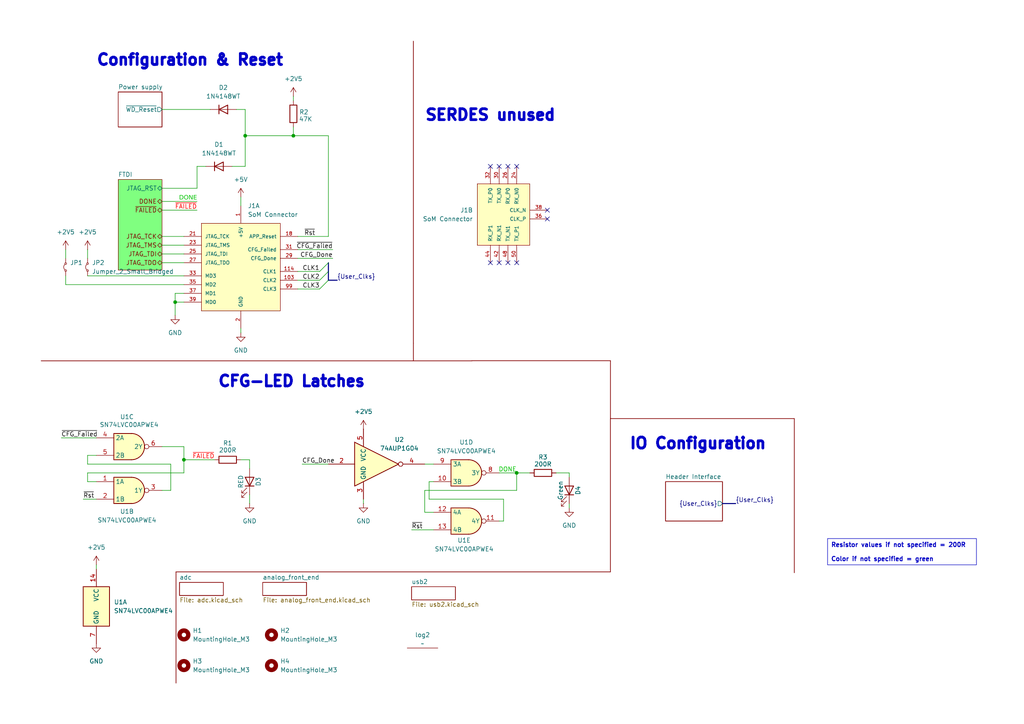
<source format=kicad_sch>
(kicad_sch (version 20250114) (generator "eeschema") (generator_version "9.0")
  (paper "A4")
  (title_block (title "SoM Programmer & Tester") (date "2024-12-20") (rev "0.1") (company "Technische Hochschule Köln") (comment 1 "Felix Sebastian Nitz"))
  (lib_symbols
    (symbol "74xGxx:74AUP1G04"
      (property "Reference" "U2" (at 5.334 7.112 0))
      (property "Value" "74AUP1G04" (at 5.334 4.572 0))
      (symbol "74AUP1G04_0_1"
        (polyline (pts (xy -7.62 6.35) (xy -7.62 -6.35) (xy 5.08 0) (xy -7.62 6.35)) (stroke (width 0.254)) (fill (type background)))
      )
      (symbol "74AUP1G04_1_1"
        (pin input line (at -15.24 0 0) (length 7.62) (name "~") (number "2"))
        (pin no_connect line (at -10.16 -3.81 0) (length 2.54) (hide yes) (name "N.A.") (number "1"))
        (pin power_in line (at -5.08 10.16 270) (length 5.08) (name "VCC") (number "5"))
        (pin power_in line (at -5.08 -10.16 90) (length 5.08) (name "GND") (number "3"))
        (pin output inverted (at 12.7 0 180) (length 7.62) (name "~") (number "4"))
      )
    )
    (symbol "Device:LED" (pin_numbers (hide yes)) (pin_names (offset 1.016) (hide yes))
      (property "Reference" "D" (at 0 2.54 0))
      (property "Value" "LED" (at 0 -2.54 0))
      (symbol "LED_0_1"
        (polyline (pts (xy -3.048 -0.762) (xy -4.572 -2.286) (xy -3.81 -2.286) (xy -4.572 -2.286) (xy -4.572 -1.524)))
        (polyline (pts (xy -1.778 -0.762) (xy -3.302 -2.286) (xy -2.54 -2.286) (xy -3.302 -2.286) (xy -3.302 -1.524)))
        (polyline (pts (xy -1.27 0) (xy 1.27 0)))
        (polyline (pts (xy -1.27 -1.27) (xy -1.27 1.27)) (stroke (width 0.254)))
        (polyline (pts (xy 1.27 -1.27) (xy 1.27 1.27) (xy -1.27 0) (xy 1.27 -1.27)) (stroke (width 0.254)))
      )
      (symbol "LED_1_1"
        (pin passive line (at -3.81 0 0) (length 2.54) (name "K") (number "1"))
        (pin passive line (at 3.81 0 180) (length 2.54) (name "A") (number "2"))
      )
    )
    (symbol "Device:R" (pin_numbers (hide yes)) (pin_names (offset 0))
      (property "Reference" "R" (at 2.032 0 90))
      (property "Value" "R" (at 0 0 90))
      (symbol "R_0_1"
        (rectangle (start -1.016 -2.54) (end 1.016 2.54) (stroke (width 0.254)))
      )
      (symbol "R_1_1"
        (pin passive line (at 0 3.81 270) (length 1.27) (name "~") (number "1"))
        (pin passive line (at 0 -3.81 90) (length 1.27) (name "~") (number "2"))
      )
    )
    (symbol "Diode:1N4148WT" (pin_numbers (hide yes)) (pin_names (hide yes))
      (property "Reference" "D" (at 0 2.54 0))
      (property "Value" "1N4148WT" (at 0 -2.54 0))
      (symbol "1N4148WT_0_1"
        (polyline (pts (xy -1.27 1.27) (xy -1.27 -1.27)) (stroke (width 0.254)))
        (polyline (pts (xy 1.27 1.27) (xy 1.27 -1.27) (xy -1.27 0) (xy 1.27 1.27)) (stroke (width 0.254)))
        (polyline (pts (xy 1.27 0) (xy -1.27 0)))
      )
      (symbol "1N4148WT_1_1"
        (pin passive line (at -3.81 0 0) (length 2.54) (name "K") (number "1"))
        (pin passive line (at 3.81 0 180) (length 2.54) (name "A") (number "2"))
      )
    )
    (symbol "Jumper:Jumper_2_Small_Bridged" (pin_numbers (hide yes)) (pin_names (offset 0) (hide yes))
      (property "Reference" "JP" (at 0 2.032 0))
      (property "Value" "Jumper_2_Small_Bridged" (at 0 -2.286 0))
      (symbol "Jumper_2_Small_Bridged_0_0"
        (circle (center -1.016 0) (radius 0.254))
        (circle (center 1.016 0) (radius 0.254))
      )
      (symbol "Jumper_2_Small_Bridged_0_1"
        (arc (start -0.762 0.254) (mid 0 0.5696) (end 0.762 0.254))
      )
      (symbol "Jumper_2_Small_Bridged_1_1"
        (pin passive line (at -2.54 0 0) (length 1.27) (name "A") (number "1"))
        (pin passive line (at 2.54 0 180) (length 1.27) (name "B") (number "2"))
      )
    )
    (symbol "Mechanical:MountingHole" (pin_names (offset 1.016)) (in_bom no)
      (property "Reference" "H" (at 0 5.08 0))
      (property "Value" "MountingHole" (at 0 3.175 0))
      (symbol "MountingHole_0_1"
        (circle (center 0 0) (radius 1.27) (stroke (width 1.27)))
      )
    )
    (symbol "ccsom_lib:Logo"
      (property "Reference" "log" (at 0 2.032 0))
      (symbol "Logo_0_1"
        (polyline (pts (xy -3.81 1.27) (xy 5.08 1.27)))
      )
    )
    (symbol "ccsom_lib:SN74LVC00APWE4"
      (property "Reference" "U" (at 6.096 7.874 0))
      (property "Value" "SN74LVC00APWE4" (at 6.096 5.334 0))
      (symbol "SN74LVC00APWE4_1_1"
        (rectangle (start -3.81 5.08) (end 3.81 -6.35) (stroke (width 0.254)) (fill (type background)))
        (pin power_in line (at 0 10.16 270) (length 5.08) (name "VCC") (number "14"))
        (pin power_in line (at 0 -11.43 90) (length 5.08) (name "GND") (number "7"))
      )
      (symbol "SN74LVC00APWE4_2_1"
        (arc (start 1.27 3.81) (mid 5.08 0) (end 1.27 -3.81) (stroke (width 0.254)) (fill (type background)))
        (polyline (pts (xy 1.27 -3.81) (xy -3.81 -3.81) (xy -3.81 3.81) (xy 1.27 3.81)) (stroke (width 0.254)) (fill (type background)))
        (pin passive line (at -8.89 2.54 0) (length 5.08) (name "1A") (number "1"))
        (pin passive line (at -8.89 -2.54 0) (length 5.08) (name "1B") (number "2"))
        (pin passive inverted (at 10.16 0 180) (length 5.08) (name "1Y") (number "3"))
      )
      (symbol "SN74LVC00APWE4_3_1"
        (arc (start 1.27 3.81) (mid 5.08 0) (end 1.27 -3.81) (stroke (width 0.254)) (fill (type background)))
        (polyline (pts (xy 1.27 -3.81) (xy -3.81 -3.81) (xy -3.81 3.81) (xy 1.27 3.81)) (stroke (width 0.254)) (fill (type background)))
        (pin passive line (at -8.89 2.54 0) (length 5.08) (name "2A") (number "4"))
        (pin passive line (at -8.89 -2.54 0) (length 5.08) (name "2B") (number "5"))
        (pin passive inverted (at 10.16 0 180) (length 5.08) (name "2Y") (number "6"))
      )
      (symbol "SN74LVC00APWE4_4_1"
        (arc (start 1.27 3.81) (mid 5.08 0) (end 1.27 -3.81) (stroke (width 0.254)) (fill (type background)))
        (polyline (pts (xy 1.27 -3.81) (xy -3.81 -3.81) (xy -3.81 3.81) (xy 1.27 3.81)) (stroke (width 0.254)) (fill (type background)))
        (pin passive line (at -8.89 2.54 0) (length 5.08) (name "3A") (number "9"))
        (pin passive line (at -8.89 -2.54 0) (length 5.08) (name "3B") (number "10"))
        (pin passive inverted (at 10.16 0 180) (length 5.08) (name "3Y") (number "8"))
      )
      (symbol "SN74LVC00APWE4_5_1"
        (arc (start 1.27 3.81) (mid 5.08 0) (end 1.27 -3.81) (stroke (width 0.254)) (fill (type background)))
        (polyline (pts (xy 1.27 -3.81) (xy -3.81 -3.81) (xy -3.81 3.81) (xy 1.27 3.81)) (stroke (width 0.254)) (fill (type background)))
        (pin passive line (at -8.89 2.54 0) (length 5.08) (name "4A") (number "12"))
        (pin passive line (at -8.89 -2.54 0) (length 5.08) (name "4B") (number "13"))
        (pin passive inverted (at 10.16 0 180) (length 5.08) (name "4Y") (number "11"))
      )
    )
    (symbol "ccsom_lib:SoM connector" (pin_names (offset 1.016))
      (property "Reference" "J" (at 11.176 23.368 0))
      (property "Value" "SoM Connector" (at 11.176 21.336 0))
      (symbol "SoM connector_1_0"
        (rectangle (start -11.43 17.78) (end 11.43 -7.62) (stroke (width 0.1524)) (fill (type background)))
        (pin passive line (at -16.51 13.97 0) (length 5.08) (name "JTAG_TCK") (number "21"))
        (pin passive line (at -16.51 11.43 0) (length 5.08) (name "JTAG_TMS") (number "23"))
        (pin passive line (at -16.51 8.89 0) (length 5.08) (name "JTAG_TDI") (number "25"))
        (pin passive line (at -16.51 6.35 0) (length 5.08) (name "JTAG_TDO") (number "27"))
        (pin passive line (at -16.51 2.54 0) (length 5.08) (name "MD3") (number "33"))
        (pin passive line (at -16.51 0 0) (length 5.08) (name "MD2") (number "35"))
        (pin passive line (at -16.51 -2.54 0) (length 5.08) (name "MD1") (number "37"))
        (pin passive line (at -16.51 -5.08 0) (length 5.08) (name "MD0") (number "39"))
        (pin power_in line (at 0 22.86 270) (length 5.08) (name "+5V") (number "1"))
        (pin power_in line (at 0 22.86 270) (length 5.08) (hide yes) (name "+5V") (number "4"))
        (pin passive line (at 0 -12.7 90) (length 5.08) (hide yes) (name "GND") (number "10"))
        (pin passive line (at 0 -12.7 90) (length 5.08) (hide yes) (name "GND") (number "101"))
        (pin passive line (at 0 -12.7 90) (length 5.08) (hide yes) (name "GND") (number "105"))
        (pin passive line (at 0 -12.7 90) (length 5.08) (hide yes) (name "GND") (number "11"))
        (pin passive line (at 0 -12.7 90) (length 5.08) (hide yes) (name "GND") (number "112"))
        (pin passive line (at 0 -12.7 90) (length 5.08) (hide yes) (name "GND") (number "116"))
        (pin passive line (at 0 -12.7 90) (length 5.08) (hide yes) (name "GND") (number "122"))
        (pin passive line (at 0 -12.7 90) (length 5.08) (hide yes) (name "GND") (number "14"))
        (pin passive line (at 0 -12.7 90) (length 5.08) (hide yes) (name "GND") (number "144"))
        (pin passive line (at 0 -12.7 90) (length 5.08) (hide yes) (name "GND") (number "15"))
        (pin passive line (at 0 -12.7 90) (length 5.08) (hide yes) (name "GND") (number "159"))
        (pin passive line (at 0 -12.7 90) (length 5.08) (hide yes) (name "GND") (number "162"))
        (pin passive line (at 0 -12.7 90) (length 5.08) (hide yes) (name "GND") (number "180"))
        (pin passive line (at 0 -12.7 90) (length 5.08) (hide yes) (name "GND") (number "181"))
        (pin passive line (at 0 -12.7 90) (length 5.08) (hide yes) (name "GND") (number "19"))
        (pin passive line (at 0 -12.7 90) (length 5.08) (hide yes) (name "GND") (number "199"))
        (pin passive line (at 0 -12.7 90) (length 5.08) (name "GND") (number "2"))
        (pin passive line (at 0 -12.7 90) (length 5.08) (hide yes) (name "GND") (number "20"))
        (pin passive line (at 0 -12.7 90) (length 5.08) (hide yes) (name "GND") (number "22"))
        (pin passive line (at 0 -12.7 90) (length 5.08) (hide yes) (name "GND") (number "28"))
        (pin passive line (at 0 -12.7 90) (length 5.08) (hide yes) (name "GND") (number "3"))
        (pin passive line (at 0 -12.7 90) (length 5.08) (hide yes) (name "GND") (number "34"))
        (pin passive line (at 0 -12.7 90) (length 5.08) (hide yes) (name "GND") (number "40"))
        (pin passive line (at 0 -12.7 90) (length 5.08) (hide yes) (name "GND") (number "46"))
        (pin passive line (at 0 -12.7 90) (length 5.08) (hide yes) (name "GND") (number "52"))
        (pin passive line (at 0 -12.7 90) (length 5.08) (hide yes) (name "GND") (number "54"))
        (pin passive line (at 0 -12.7 90) (length 5.08) (hide yes) (name "GND") (number "6"))
        (pin passive line (at 0 -12.7 90) (length 5.08) (hide yes) (name "GND") (number "7"))
        (pin passive line (at 0 -12.7 90) (length 5.08) (hide yes) (name "GND") (number "97"))
        (pin passive line (at 0 -12.7 90) (length 5.08) (hide yes) (name "SHIELD") (number "S1"))
        (pin passive line (at 0 -12.7 90) (length 5.08) (hide yes) (name "SHIELD__1") (number "S2"))
        (pin passive line (at 16.51 13.97 180) (length 5.08) (name "APP_Reset") (number "18"))
        (pin passive line (at 16.51 10.16 180) (length 5.08) (name "CFG_Failed") (number "31"))
        (pin passive line (at 16.51 7.62 180) (length 5.08) (name "CFG_Done") (number "29"))
        (pin passive line (at 16.51 3.81 180) (length 5.08) (name "CLK1") (number "114"))
        (pin passive line (at 16.51 1.27 180) (length 5.08) (name "CLK2") (number "103"))
        (pin passive line (at 16.51 -1.27 180) (length 5.08) (name "CLK3") (number "99"))
      )
      (symbol "SoM connector_2_0"
        (rectangle (start -8.89 19.05) (end 8.89 3.81) (stroke (width 0.1524)) (fill (type background)))
        (pin passive line (at -13.97 15.24 0) (length 5.08) (name "TX_P0") (number "32"))
        (pin passive line (at -13.97 12.7 0) (length 5.08) (name "TX_N0") (number "30"))
        (pin passive line (at -13.97 10.16 0) (length 5.08) (name "RX_P0") (number "26"))
        (pin passive line (at -13.97 7.62 0) (length 5.08) (name "RX_N0") (number "24"))
        (pin passive line (at -1.27 -1.27 90) (length 5.08) (name "CLK_N") (number "38"))
        (pin passive line (at 1.27 -1.27 90) (length 5.08) (name "CLK_P") (number "36"))
        (pin passive line (at 13.97 15.24 180) (length 5.08) (name "RX_P1") (number "44"))
        (pin passive line (at 13.97 12.7 180) (length 5.08) (name "RX_N1") (number "42"))
        (pin passive line (at 13.97 10.16 180) (length 5.08) (name "TX_N1") (number "48"))
        (pin passive line (at 13.97 7.62 180) (length 5.08) (name "TX_P1") (number "50"))
      )
      (symbol "SoM connector_3_0"
        (rectangle (start -11.43 17.78) (end 11.43 -36.83) (stroke (width 0.1524)) (fill (type background)))
        (pin passive line (at -16.51 12.7 0) (length 5.08) (name "NA1_P") (number "195"))
        (pin passive line (at -16.51 10.16 0) (length 5.08) (name "NA1_N") (number "197"))
        (pin passive line (at -16.51 7.62 0) (length 5.08) (name "NA3_P") (number "191"))
        (pin passive line (at -16.51 5.08 0) (length 5.08) (name "NA3_N") (number "193"))
        (pin passive line (at -16.51 2.54 0) (length 5.08) (name "NA5_P") (number "187"))
        (pin passive line (at -16.51 0 0) (length 5.08) (name "NA5_N") (number "189"))
        (pin passive line (at -16.51 -2.54 0) (length 5.08) (name "NA7_P") (number "183"))
        (pin passive line (at -16.51 -5.08 0) (length 5.08) (name "NA7_N") (number "185"))
        (pin passive line (at -16.51 -13.97 0) (length 5.08) (name "NB1_P") (number "178"))
        (pin passive line (at -16.51 -16.51 0) (length 5.08) (name "NB1_N") (number "176"))
        (pin passive line (at -16.51 -19.05 0) (length 5.08) (name "NB3_P") (number "174"))
        (pin passive line (at -16.51 -21.59 0) (length 5.08) (name "NB3_N") (number "172"))
        (pin passive line (at -16.51 -24.13 0) (length 5.08) (name "NB5_P") (number "168"))
        (pin passive line (at -16.51 -26.67 0) (length 5.08) (name "NB5_N") (number "170"))
        (pin passive line (at -16.51 -29.21 0) (length 5.08) (name "NB7_P") (number "163"))
        (pin passive line (at -16.51 -31.75 0) (length 5.08) (name "NB7_N") (number "161"))
        (pin power_in line (at -2.54 22.86 270) (length 5.08) (name "VDD_NA") (number "9"))
        (pin power_in line (at 2.54 22.86 270) (length 5.08) (name "VDD_NB") (number "5"))
        (pin passive line (at 16.51 15.24 180) (length 5.08) (name "NA0_P") (number "198"))
        (pin passive line (at 16.51 12.7 180) (length 5.08) (name "NA0_N") (number "200"))
        (pin passive line (at 16.51 10.16 180) (length 5.08) (name "NA2_P") (number "194"))
        (pin passive line (at 16.51 7.62 180) (length 5.08) (name "NA2_N") (number "196"))
        (pin passive line (at 16.51 5.08 180) (length 5.08) (name "NA4_P") (number "192"))
        (pin passive line (at 16.51 2.54 180) (length 5.08) (name "NA4_N") (number "190"))
        (pin passive line (at 16.51 0 180) (length 5.08) (name "NA6_P") (number "186"))
        (pin passive line (at 16.51 -2.54 180) (length 5.08) (name "NA6_N") (number "188"))
        (pin passive line (at 16.51 -5.08 180) (length 5.08) (name "NA8_P") (number "182"))
        (pin passive line (at 16.51 -7.62 180) (length 5.08) (name "NA8_N") (number "184"))
        (pin passive line (at 16.51 -11.43 180) (length 5.08) (name "NB0_P") (number "179"))
        (pin passive line (at 16.51 -13.97 180) (length 5.08) (name "NB0_N") (number "177"))
        (pin passive line (at 16.51 -16.51 180) (length 5.08) (name "NB2_P") (number "175"))
        (pin passive line (at 16.51 -19.05 180) (length 5.08) (name "NB2_N") (number "173"))
        (pin passive line (at 16.51 -21.59 180) (length 5.08) (name "NB4_P") (number "171"))
        (pin passive line (at 16.51 -24.13 180) (length 5.08) (name "NB4_N") (number "169"))
        (pin passive line (at 16.51 -26.67 180) (length 5.08) (name "NB6_P") (number "167"))
        (pin passive line (at 16.51 -29.21 180) (length 5.08) (name "NB6_N") (number "165"))
        (pin passive line (at 16.51 -31.75 180) (length 5.08) (name "NB8_P") (number "166"))
        (pin passive line (at 16.51 -34.29 180) (length 5.08) (name "NB8_N") (number "164"))
      )
      (symbol "SoM connector_4_0"
        (rectangle (start -11.43 17.78) (end 11.43 -36.83) (stroke (width 0.1524)) (fill (type background)))
        (pin passive line (at -16.51 12.7 0) (length 5.08) (name "EA1_P") (number "124"))
        (pin passive line (at -16.51 10.16 0) (length 5.08) (name "EA1_N") (number "126"))
        (pin passive line (at -16.51 7.62 0) (length 5.08) (name "EA3_P") (number "128"))
        (pin passive line (at -16.51 5.08 0) (length 5.08) (name "EA3_N") (number "130"))
        (pin passive line (at -16.51 2.54 0) (length 5.08) (name "EA5_P") (number "132"))
        (pin passive line (at -16.51 0 0) (length 5.08) (name "EA5_N") (number "134"))
        (pin passive line (at -16.51 -2.54 0) (length 5.08) (name "EA7_P") (number "135"))
        (pin passive line (at -16.51 -5.08 0) (length 5.08) (name "EA7_N") (number "137"))
        (pin passive line (at -16.51 -13.97 0) (length 5.08) (name "EB1_P") (number "146"))
        (pin passive line (at -16.51 -16.51 0) (length 5.08) (name "EB1_N") (number "148"))
        (pin passive line (at -16.51 -19.05 0) (length 5.08) (name "EB3_P") (number "150"))
        (pin passive line (at -16.51 -21.59 0) (length 5.08) (name "EB3_N") (number "152"))
        (pin passive line (at -16.51 -24.13 0) (length 5.08) (name "EB5_P") (number "151"))
        (pin passive line (at -16.51 -26.67 0) (length 5.08) (name "EB5_N") (number "153"))
        (pin passive line (at -16.51 -29.21 0) (length 5.08) (name "EB7_P") (number "160"))
        (pin passive line (at -16.51 -31.75 0) (length 5.08) (name "EB7_N") (number "158"))
        (pin power_in line (at -2.54 22.86 270) (length 5.08) (name "VDD_EA") (number "13"))
        (pin power_in line (at 2.54 22.86 270) (length 5.08) (name "VDD_EB") (number "17"))
        (pin passive line (at 16.51 15.24 180) (length 5.08) (name "EA0_P") (number "125"))
        (pin passive line (at 16.51 12.7 180) (length 5.08) (name "EA0_N") (number "123"))
        (pin passive line (at 16.51 10.16 180) (length 5.08) (name "EA2_P") (number "127"))
        (pin passive line (at 16.51 7.62 180) (length 5.08) (name "EA2_N") (number "129"))
        (pin passive line (at 16.51 5.08 180) (length 5.08) (name "EA4_P") (number "131"))
        (pin passive line (at 16.51 2.54 180) (length 5.08) (name "EA4_N") (number "133"))
        (pin passive line (at 16.51 0 180) (length 5.08) (name "EA6_P") (number "136"))
        (pin passive line (at 16.51 -2.54 180) (length 5.08) (name "EA6_N") (number "138"))
        (pin passive line (at 16.51 -5.08 180) (length 5.08) (name "EA8_P") (number "140"))
        (pin passive line (at 16.51 -7.62 180) (length 5.08) (name "EA8_N") (number "142"))
        (pin passive line (at 16.51 -11.43 180) (length 5.08) (name "EB0_P") (number "139"))
        (pin passive line (at 16.51 -13.97 180) (length 5.08) (name "EB0_N") (number "141"))
        (pin passive line (at 16.51 -16.51 180) (length 5.08) (name "EB2_P") (number "143"))
        (pin passive line (at 16.51 -19.05 180) (length 5.08) (name "EB2_N") (number "145"))
        (pin passive line (at 16.51 -21.59 180) (length 5.08) (name "EB4_P") (number "147"))
        (pin passive line (at 16.51 -24.13 180) (length 5.08) (name "EB4_N") (number "149"))
        (pin passive line (at 16.51 -26.67 180) (length 5.08) (name "EB6_P") (number "154"))
        (pin passive line (at 16.51 -29.21 180) (length 5.08) (name "EB6_N") (number "156"))
        (pin passive line (at 16.51 -31.75 180) (length 5.08) (name "EB8_P") (number "157"))
        (pin passive line (at 16.51 -34.29 180) (length 5.08) (name "EB8_N") (number "155"))
      )
      (symbol "SoM connector_5_0"
        (rectangle (start -11.43 17.78) (end 11.43 -26.67) (stroke (width 0.1524)) (fill (type background)))
        (pin passive line (at -16.51 12.7 0) (length 5.08) (name "SA1_P") (number "90"))
        (pin passive line (at -16.51 10.16 0) (length 5.08) (name "SA1_N") (number "88"))
        (pin passive line (at -16.51 7.62 0) (length 5.08) (name "SA3_P") (number "87"))
        (pin passive line (at -16.51 5.08 0) (length 5.08) (name "SA3_N") (number "85"))
        (pin passive line (at -16.51 2.54 0) (length 5.08) (name "SA5_P") (number "91"))
        (pin passive line (at -16.51 0 0) (length 5.08) (name "SA5_N") (number "89"))
        (pin passive line (at -16.51 -2.54 0) (length 5.08) (name "SA7_P") (number "102"))
        (pin passive line (at -16.51 -5.08 0) (length 5.08) (name "SA7_N") (number "100"))
        (pin passive line (at -16.51 -11.43 0) (length 5.08) (name "SB1_P") (number "113"))
        (pin passive line (at -16.51 -13.97 0) (length 5.08) (name "SB1_N") (number "111"))
        (pin passive line (at -16.51 -16.51 0) (length 5.08) (name "SB3_P") (number "121"))
        (pin passive line (at -16.51 -19.05 0) (length 5.08) (name "SB3_N") (number "119"))
        (pin passive line (at -16.51 -21.59 0) (length 5.08) (name "SB7") (number "118"))
        (pin passive line (at -16.51 -24.13 0) (length 5.08) (name "SB8") (number "120"))
        (pin power_in line (at 0 22.86 270) (length 5.08) (name "VDD_SA") (number "16"))
        (pin passive line (at 16.51 15.24 180) (length 5.08) (name "SA0_P") (number "83"))
        (pin passive line (at 16.51 12.7 180) (length 5.08) (name "SA0_N") (number "81"))
        (pin passive line (at 16.51 10.16 180) (length 5.08) (name "SA2_P") (number "94"))
        (pin passive line (at 16.51 7.62 180) (length 5.08) (name "SA2_N") (number "92"))
        (pin passive line (at 16.51 5.08 180) (length 5.08) (name "SA4_P") (number "98"))
        (pin passive line (at 16.51 2.54 180) (length 5.08) (name "SA4_N") (number "96"))
        (pin passive line (at 16.51 0 180) (length 5.08) (name "SA6_P") (number "95"))
        (pin passive line (at 16.51 -2.54 180) (length 5.08) (name "SA6_N") (number "93"))
        (pin passive line (at 16.51 -5.08 180) (length 5.08) (name "SA8_P") (number "106"))
        (pin passive line (at 16.51 -7.62 180) (length 5.08) (name "SA8_N") (number "104"))
        (pin passive line (at 16.51 -11.43 180) (length 5.08) (name "SB0_P") (number "109"))
        (pin passive line (at 16.51 -13.97 180) (length 5.08) (name "SB0_N") (number "107"))
        (pin passive line (at 16.51 -16.51 180) (length 5.08) (name "SB2_P") (number "117"))
        (pin passive line (at 16.51 -19.05 180) (length 5.08) (name "SB2_N") (number "115"))
        (pin passive line (at 16.51 -21.59 180) (length 5.08) (name "SB4_P") (number "110"))
        (pin passive line (at 16.51 -24.13 180) (length 5.08) (name "SB4_N") (number "108"))
      )
      (symbol "SoM connector_6_0"
        (rectangle (start -11.43 17.78) (end 11.43 -36.83) (stroke (width 0.1524)) (fill (type background)))
        (pin passive line (at -16.51 12.7 0) (length 5.08) (name "WC1_P") (number "63"))
        (pin passive line (at -16.51 10.16 0) (length 5.08) (name "WC1_N") (number "61"))
        (pin passive line (at -16.51 7.62 0) (length 5.08) (name "WC3_P") (number "59"))
        (pin passive line (at -16.51 5.08 0) (length 5.08) (name "WC3_N") (number "57"))
        (pin passive line (at -16.51 2.54 0) (length 5.08) (name "WC5_P") (number "55"))
        (pin passive line (at -16.51 0 0) (length 5.08) (name "WC5_N") (number "53"))
        (pin passive line (at -16.51 -2.54 0) (length 5.08) (name "WC7_P") (number "47"))
        (pin passive line (at -16.51 -5.08 0) (length 5.08) (name "WC7_N") (number "45"))
        (pin passive line (at -16.51 -13.97 0) (length 5.08) (name "WB1_P") (number "82"))
        (pin passive line (at -16.51 -16.51 0) (length 5.08) (name "WB1_N") (number "80"))
        (pin passive line (at -16.51 -19.05 0) (length 5.08) (name "WB3_P") (number "78"))
        (pin passive line (at -16.51 -21.59 0) (length 5.08) (name "WB3_N") (number "76"))
        (pin passive line (at -16.51 -24.13 0) (length 5.08) (name "WB5_P") (number "74"))
        (pin passive line (at -16.51 -26.67 0) (length 5.08) (name "WB5_N") (number "72"))
        (pin passive line (at -16.51 -29.21 0) (length 5.08) (name "WB7_P") (number "70"))
        (pin passive line (at -16.51 -31.75 0) (length 5.08) (name "WB7_N") (number "68"))
        (pin power_in line (at -2.54 22.86 270) (length 5.08) (name "VDD_WC") (number "8"))
        (pin power_in line (at 2.54 22.86 270) (length 5.08) (name "VDD_WB") (number "12"))
        (pin passive line (at 16.51 15.24 180) (length 5.08) (name "WC0_P") (number "66"))
        (pin passive line (at 16.51 12.7 180) (length 5.08) (name "WC0_N") (number "64"))
        (pin passive line (at 16.51 10.16 180) (length 5.08) (name "WC2_P") (number "62"))
        (pin passive line (at 16.51 7.62 180) (length 5.08) (name "WC2_N") (number "60"))
        (pin passive line (at 16.51 5.08 180) (length 5.08) (name "WC4_P") (number "58"))
        (pin passive line (at 16.51 2.54 180) (length 5.08) (name "WC4_N") (number "56"))
        (pin passive line (at 16.51 0 180) (length 5.08) (name "WC6_P") (number "51"))
        (pin passive line (at 16.51 -2.54 180) (length 5.08) (name "WC6_N") (number "49"))
        (pin passive line (at 16.51 -5.08 180) (length 5.08) (name "WC8_P") (number "43"))
        (pin passive line (at 16.51 -7.62 180) (length 5.08) (name "WC8_N") (number "41"))
        (pin passive line (at 16.51 -11.43 180) (length 5.08) (name "WB0_P") (number "86"))
        (pin passive line (at 16.51 -13.97 180) (length 5.08) (name "WB0_N") (number "84"))
        (pin passive line (at 16.51 -16.51 180) (length 5.08) (name "WB2_P") (number "79"))
        (pin passive line (at 16.51 -19.05 180) (length 5.08) (name "WB2_N") (number "77"))
        (pin passive line (at 16.51 -21.59 180) (length 5.08) (name "WB4_P") (number "75"))
        (pin passive line (at 16.51 -24.13 180) (length 5.08) (name "WB4_N") (number "73"))
        (pin passive line (at 16.51 -26.67 180) (length 5.08) (name "WB6_P") (number "71"))
        (pin passive line (at 16.51 -29.21 180) (length 5.08) (name "WB6_N") (number "69"))
        (pin passive line (at 16.51 -31.75 180) (length 5.08) (name "WB8_P") (number "67"))
        (pin passive line (at 16.51 -34.29 180) (length 5.08) (name "WB8_N") (number "65"))
      )
    )
    (symbol "ccsom_lib:Vin5V" (power) (pin_names (offset 0))
      (property "Value" "Vin5V" (at 0 3.556 0))
      (symbol "Vin5V_0_1"
        (polyline (pts (xy -0.762 1.27) (xy 0 2.54)))
        (polyline (pts (xy 0 2.54) (xy 0.762 1.27)))
        (polyline (pts (xy 0 0) (xy 0 2.54)))
      )
      (symbol "Vin5V_1_1"
        (pin power_in line (at 0 0 90) (length 0) (hide yes) (name "+5V") (number "1"))
      )
    )
    (symbol "power:+2V5" (power) (pin_numbers (hide yes)) (pin_names (offset 0) (hide yes))
      (property "Value" "+2V5" (at 0 3.556 0))
      (symbol "+2V5_0_1"
        (polyline (pts (xy -0.762 1.27) (xy 0 2.54)))
        (polyline (pts (xy 0 2.54) (xy 0.762 1.27)))
        (polyline (pts (xy 0 0) (xy 0 2.54)))
      )
      (symbol "+2V5_1_1"
        (pin power_in line (at 0 0 90) (length 0) (name "~") (number "1"))
      )
    )
    (symbol "power:GND" (power) (pin_numbers (hide yes)) (pin_names (offset 0) (hide yes))
      (property "Value" "GND" (at 0 -3.81 0))
      (symbol "GND_0_1"
        (polyline (pts (xy 0 0) (xy 0 -1.27) (xy 1.27 -1.27) (xy 0 -2.54) (xy -1.27 -1.27) (xy 0 -1.27)))
      )
      (symbol "GND_1_1"
        (pin power_in line (at 0 0 270) (length 0) (name "~") (number "1"))
      )
    )
  )
  (bus_alias "User_Clks" (members "CLK1" "CLK2" "CLK3"))
  (text "Configuration & Reset" (at 55.118 17.526 0) (effects (font (size 3.175 3.175) (thickness 1.27) (bold yes))))
  (text "CFG-LED Latches" (at 84.582 110.744 0) (effects (font (size 3.175 3.175) (thickness 1.27) (bold yes))))
  (text "IO Configuration" (at 202.438 128.778 0) (effects (font (size 3.175 3.175) (thickness 1.27) (bold yes))))
  (text "SERDES unused" (at 142.24 33.528 0) (effects (font (size 3.175 3.175) (thickness 1.27) (bold yes))))
  (text_box "Resistor values if not specified = 200R\n\nColor if not specified = green" (at 240.03 156.21 0) (size 43.18 7.62) (margins 0.9525 0.9525 0.9525 0.9525) (effects (font (size 1.27 1.27) (thickness 0.254) (bold yes)) (justify left)))
  (junction (at 149.86 137.16))
  (junction (at 71.12 39.37))
  (junction (at 85.09 39.37))
  (junction (at 53.34 133.35))
  (junction (at 50.8 87.63))
  (no_connect (at 158.75 60.96))
  (no_connect (at 142.24 76.2))
  (no_connect (at 147.32 48.26))
  (no_connect (at 144.78 76.2))
  (no_connect (at 149.86 76.2))
  (no_connect (at 142.24 48.26))
  (no_connect (at 147.32 76.2))
  (no_connect (at 149.86 48.26))
  (no_connect (at 158.75 63.5))
  (no_connect (at 144.78 48.26))
  (bus_entry (at 95.25 81.28) (size -2.54 2.54))
  (bus_entry (at 95.25 78.74) (size -2.54 2.54))
  (bus_entry (at 95.25 76.2) (size -2.54 2.54))
  (wire (pts (xy 25.4 137.16) (xy 53.34 137.16)))
  (wire (pts (xy 25.4 137.16) (xy 25.4 139.7)))
  (polyline (pts (xy 136.8011 104.6246) (xy 177.0526 104.6246)) (stroke (width 0.2) (color 132 0 0 1)))
  (wire (pts (xy 153.67 137.16) (xy 149.86 137.16)))
  (wire (pts (xy 46.99 68.58) (xy 53.34 68.58)))
  (wire (pts (xy 46.99 60.96) (xy 57.15 60.96)))
  (wire (pts (xy 69.85 133.35) (xy 72.39 133.35)))
  (wire (pts (xy 140.97 251.46) (xy 148.59 251.46)))
  (wire (pts (xy 72.39 143.51) (xy 72.39 146.05)))
  (wire (pts (xy 124.46 139.7) (xy 125.73 139.7)))
  (wire (pts (xy 19.05 72.39) (xy 19.05 74.93)))
  (wire (pts (xy 85.09 39.37) (xy 95.25 39.37)))
  (wire (pts (xy 144.78 137.16) (xy 149.86 137.16)))
  (wire (pts (xy 69.85 57.15) (xy 69.85 59.69)))
  (wire (pts (xy 96.52 229.87) (xy 104.14 229.87)))
  (wire (pts (xy 140.97 243.84) (xy 148.59 243.84)))
  (wire (pts (xy 50.8 87.63) (xy 53.34 87.63)))
  (wire (pts (xy 96.52 74.93) (xy 86.36 74.93)))
  (wire (pts (xy 69.85 95.25) (xy 69.85 96.52)))
  (wire (pts (xy 96.52 237.49) (xy 104.14 237.49)))
  (bus (pts (xy 95.25 76.2) (xy 95.25 78.74)))
  (wire (pts (xy 24.13 144.78) (xy 27.94 144.78)))
  (wire (pts (xy 71.12 31.75) (xy 71.12 39.37)))
  (wire (pts (xy 27.94 163.83) (xy 27.94 165.1)))
  (wire (pts (xy 19.05 82.55) (xy 19.05 80.01)))
  (wire (pts (xy 53.34 133.35) (xy 53.34 137.16)))
  (wire (pts (xy 53.34 133.35) (xy 62.23 133.35)))
  (polyline (pts (xy 230.378 121.412) (xy 230.378 166.116)) (stroke (width 0.2) (color 132 0 0 1)))
  (polyline (pts (xy 51.054 165.862) (xy 51.054 198.12)) (stroke (width 0.2) (color 132 0 0 1)))
  (wire (pts (xy 123.19 134.62) (xy 125.73 134.62)))
  (wire (pts (xy 105.41 144.78) (xy 105.41 146.05)))
  (wire (pts (xy 86.36 68.58) (xy 95.25 68.58)))
  (bus (pts (xy 209.55 146.05) (xy 213.36 146.05)))
  (wire (pts (xy 140.97 228.6) (xy 148.59 228.6)))
  (wire (pts (xy 123.19 148.59) (xy 125.73 148.59)))
  (wire (pts (xy 86.36 81.28) (xy 92.71 81.28)))
  (wire (pts (xy 124.46 144.78) (xy 146.05 144.78)))
  (wire (pts (xy 123.19 142.24) (xy 149.86 142.24)))
  (wire (pts (xy 68.58 31.75) (xy 71.12 31.75)))
  (polyline (pts (xy 119.888 99.568) (xy 119.888 104.648)) (stroke (width 0.2) (color 132 0 0 1)))
  (wire (pts (xy 96.52 234.95) (xy 104.14 234.95)))
  (wire (pts (xy 119.38 153.67) (xy 125.73 153.67)))
  (wire (pts (xy 96.52 223.52) (xy 104.14 223.52)))
  (wire (pts (xy 86.36 83.82) (xy 92.71 83.82)))
  (wire (pts (xy 124.46 139.7) (xy 124.46 144.78)))
  (wire (pts (xy 146.05 144.78) (xy 146.05 151.13)))
  (wire (pts (xy 49.53 134.62) (xy 49.53 142.24)))
  (wire (pts (xy 140.97 246.38) (xy 148.59 246.38)))
  (wire (pts (xy 140.97 241.3) (xy 148.59 241.3)))
  (polyline (pts (xy 11.938 104.648) (xy 136.906 104.648)) (stroke (width 0.2) (color 132 0 0 1)))
  (wire (pts (xy 96.52 240.03) (xy 104.14 240.03)))
  (wire (pts (xy 149.86 137.16) (xy 149.86 142.24)))
  (wire (pts (xy 140.97 226.06) (xy 148.59 226.06)))
  (wire (pts (xy 161.29 137.16) (xy 165.1 137.16)))
  (wire (pts (xy 96.52 245.11) (xy 104.14 245.11)))
  (wire (pts (xy 165.1 137.16) (xy 165.1 138.43)))
  (wire (pts (xy 25.4 132.08) (xy 27.94 132.08)))
  (polyline (pts (xy 177.038 165.862) (xy 51.054 165.862)) (stroke (width 0.2) (color 132 0 0 1)))
  (polyline (pts (xy 177.038 121.412) (xy 230.378 121.412)) (stroke (width 0.2) (color 132 0 0 1)))
  (wire (pts (xy 25.4 139.7) (xy 27.94 139.7)))
  (polyline (pts (xy 177.038 121.412) (xy 177.038 165.862)) (stroke (width 0.2) (color 132 0 0 1)))
  (wire (pts (xy 17.78 127) (xy 27.94 127)))
  (wire (pts (xy 96.52 242.57) (xy 104.14 242.57)))
  (bus (pts (xy 95.25 78.74) (xy 95.25 81.28)))
  (wire (pts (xy 46.99 129.54) (xy 53.34 129.54)))
  (wire (pts (xy 46.99 31.75) (xy 60.96 31.75)))
  (wire (pts (xy 85.09 29.21) (xy 85.09 27.94)))
  (bus (pts (xy 95.25 81.28) (xy 97.79 81.28)))
  (wire (pts (xy 25.4 132.08) (xy 25.4 134.62)))
  (wire (pts (xy 85.09 36.83) (xy 85.09 39.37)))
  (wire (pts (xy 72.39 133.35) (xy 72.39 135.89)))
  (wire (pts (xy 46.99 73.66) (xy 53.34 73.66)))
  (wire (pts (xy 46.99 54.61) (xy 57.15 54.61)))
  (wire (pts (xy 86.36 78.74) (xy 92.71 78.74)))
  (wire (pts (xy 53.34 129.54) (xy 53.34 133.35)))
  (wire (pts (xy 25.4 72.39) (xy 25.4 74.93)))
  (wire (pts (xy 95.25 260.35) (xy 104.14 260.35)))
  (wire (pts (xy 50.8 85.09) (xy 53.34 85.09)))
  (polyline (pts (xy 119.888 11.938) (xy 119.888 99.568)) (stroke (width 0.2) (color 132 0 0 1)))
  (wire (pts (xy 96.52 227.33) (xy 104.14 227.33)))
  (wire (pts (xy 71.12 39.37) (xy 71.12 48.26)))
  (wire (pts (xy 57.15 48.26) (xy 59.69 48.26)))
  (wire (pts (xy 50.8 85.09) (xy 50.8 87.63)))
  (wire (pts (xy 144.78 151.13) (xy 146.05 151.13)))
  (wire (pts (xy 165.1 146.05) (xy 165.1 147.32)))
  (wire (pts (xy 96.52 72.39) (xy 86.36 72.39)))
  (wire (pts (xy 57.15 48.26) (xy 57.15 54.61)))
  (wire (pts (xy 123.19 142.24) (xy 123.19 148.59)))
  (polyline (pts (xy 177.0526 104.6246) (xy 177.0526 121.4086)) (stroke (width 0.2) (color 132 0 0 1)))
  (wire (pts (xy 46.99 142.24) (xy 49.53 142.24)))
  (wire (pts (xy 46.99 58.42) (xy 57.15 58.42)))
  (wire (pts (xy 46.99 71.12) (xy 53.34 71.12)))
  (wire (pts (xy 140.97 248.92) (xy 148.59 248.92)))
  (wire (pts (xy 67.31 48.26) (xy 71.12 48.26)))
  (wire (pts (xy 95.25 39.37) (xy 95.25 68.58)))
  (wire (pts (xy 50.8 87.63) (xy 50.8 91.44)))
  (wire (pts (xy 25.4 134.62) (xy 49.53 134.62)))
  (wire (pts (xy 71.12 39.37) (xy 85.09 39.37)))
  (wire (pts (xy 19.05 82.55) (xy 53.34 82.55)))
  (wire (pts (xy 46.99 76.2) (xy 53.34 76.2)))
  (wire (pts (xy 25.4 80.01) (xy 53.34 80.01)))
  (wire (pts (xy 95.25 262.89) (xy 104.14 262.89)))
  (wire (pts (xy 87.63 134.62) (xy 95.25 134.62)))
  (label "~{Rst}" (at 91.44 68.58 180))
  (label "CLK2" (at 92.71 81.28 180))
  (label "CFG_Done" (at 87.63 134.62 0))
  (label "~{CFG_Failed}" (at 17.78 127 0))
  (label "{User_Clks}" (at 213.36 146.05 0))
  (label "CLK1" (at 92.71 78.74 180))
  (label "~{CFG_Failed}" (at 96.52 72.39 180))
  (label "CFG_Done" (at 96.52 74.93 180))
  (label "CLK3" (at 92.71 83.82 180))
  (label "{User_Clks}" (at 97.79 81.28 0))
  (label "~{Rst}" (at 119.38 153.67 0))
  (label "DONE" (at 149.86 137.16 180) (effects (font (thickness 0.1588))))
  (label "~{Rst}" (at 24.13 144.78 0))
  (label "~{FAILED}" (at 62.23 133.35 180) (effects (font (thickness 0.1588))))
  (label "DONE" (at 57.15 58.42 180) (effects (font (thickness 0.1588))))
  (label "~{FAILED}" (at 57.15 60.96 180) (effects (font (thickness 0.1588))))
  (global_label "G_CLK125" (shape bidirectional) (at 148.59 228.6 0) (property "Intersheetrefs" "${INTERSHEET_REFS}" (effects (hide yes))))
  (global_label "G_ETH_RXCTL" (shape bidirectional) (at 96.52 229.87 180) (property "Intersheetrefs" "${INTERSHEET_REFS}" (effects (hide yes))))
  (global_label "G_PHY_TXD0" (shape bidirectional) (at 148.59 243.84 0) (property "Intersheetrefs" "${INTERSHEET_REFS}" (effects (hide yes))))
  (global_label "G_PHY_TXCTL" (shape bidirectional) (at 148.59 241.3 0) (property "Intersheetrefs" "${INTERSHEET_REFS}" (effects (hide yes))))
  (global_label "G_MAC_MDIO" (shape bidirectional) (at 95.25 260.35 180) (property "Intersheetrefs" "${INTERSHEET_REFS}" (effects (hide yes))))
  (global_label "G_PHY_RXD0" (shape bidirectional) (at 96.52 237.49 180) (property "Intersheetrefs" "${INTERSHEET_REFS}" (effects (hide yes))))
  (global_label "G_PHY_RXD2" (shape bidirectional) (at 96.52 242.57 180) (property "Intersheetrefs" "${INTERSHEET_REFS}" (effects (hide yes))))
  (global_label "G_PHY_TXD2" (shape bidirectional) (at 148.59 248.92 0) (property "Intersheetrefs" "${INTERSHEET_REFS}" (effects (hide yes))))
  (global_label "G_PHY_RXD1" (shape bidirectional) (at 96.52 240.03 180) (property "Intersheetrefs" "${INTERSHEET_REFS}" (effects (hide yes))))
  (global_label "G_PHY_TXEN" (shape bidirectional) (at 96.52 227.33 180) (property "Intersheetrefs" "${INTERSHEET_REFS}" (effects (hide yes))))
  (global_label "G_PHY_RXD3" (shape bidirectional) (at 96.52 245.11 180) (property "Intersheetrefs" "${INTERSHEET_REFS}" (effects (hide yes))))
  (global_label "G_CLK25" (shape bidirectional) (at 148.59 226.06 0) (property "Intersheetrefs" "${INTERSHEET_REFS}" (effects (hide yes))))
  (global_label "G_PHY_TXD3" (shape bidirectional) (at 148.59 251.46 0) (property "Intersheetrefs" "${INTERSHEET_REFS}" (effects (hide yes))))
  (global_label "G_PHY_RXCTL" (shape bidirectional) (at 96.52 234.95 180) (property "Intersheetrefs" "${INTERSHEET_REFS}" (effects (hide yes))))
  (global_label "G_PHY_RST" (shape bidirectional) (at 96.52 223.52 180) (property "Intersheetrefs" "${INTERSHEET_REFS}" (effects (hide yes))))
  (global_label "G_PS_MI052" (shape bidirectional) (at 95.25 262.89 180) (property "Intersheetrefs" "${INTERSHEET_REFS}" (effects (hide yes))))
  (global_label "G_PHY_TXD1" (shape bidirectional) (at 148.59 246.38 0) (property "Intersheetrefs" "${INTERSHEET_REFS}" (effects (hide yes))))
  (symbol (lib_id "power:+2V5") (at 27.94 163.83 0) (unit 1)
    (property "Reference" "#PWR03" (effects (hide yes)))
    (property "Value" "+2V5" (at 27.94 158.75 0))
    (property "Description" "Power symbol creates a global label with name \"+2V5\"" (effects (hide yes)))
  )
  (symbol (lib_id "ccsom_lib:SoM connector") (at 69.85 82.55 0) (unit 1)
    (property "Reference" "J1" (at 71.8694 59.69 0) (effects (justify left)))
    (property "Value" "SoM Connector" (at 71.8694 62.23 0) (effects (justify left)))
    (property "Footprint" "ccsom_Footprint_lib:SoM_Connector" (effects (hide yes)))
    (property "Description" "TE_1473005-1" (effects (hide yes)))
    (property "STANDARD" "Manufacturer Recommendations" (effects (hide yes)))
    (property "MAXIMUM_PACKAGE_HEIGHT" "5.9mm" (effects (hide yes)))
    (property "MANUFACTURER" "TE Connectivity" (effects (hide yes)))
    (property "Mouser Part Number" "571-1-1473005-1" (effects (hide yes)))
  )
  (symbol (lib_id "Mechanical:MountingHole") (at 53.34 184.15 0) (unit 1) (in_bom no)
    (property "Reference" "H1" (at 55.88 182.8799 0) (effects (justify left)))
    (property "Value" "MountingHole_M3" (at 55.88 185.4199 0) (effects (justify left)))
    (property "Footprint" "MountingHole:MountingHole_3.2mm_M3" (effects (hide yes)))
    (property "Description" "Mounting Hole without connection" (effects (hide yes)))
  )
  (symbol (lib_id "ccsom_lib:SN74LVC00APWE4") (at 36.83 129.54 0) (unit 3)
    (property "Reference" "U1" (at 36.83 120.904 0))
    (property "Value" "SN74LVC00APWE4" (at 37.465 123.19 0))
    (property "Footprint" "Package_SO:TSSOP-14_4.4x5mm_P0.65mm" (effects (hide yes)))
    (property "Datasheet" "https://www.ti.com/lit/ds/symlink/sn74lvc00a.pdf?ts=1636796046250&ref_url=https%253A%252F%252Fwww.ti.com%252Fproduct%252FSN74LVC00A" (effects (hide yes)))
    (property "Description" "Logic Gates Low-Pwr Sngl 2-Input Positive-NAND Gate" (effects (hide yes)))
    (property "Height" "1.2" (effects (hide yes)))
    (property "Mouser Part Number" "595-SN74LVC00APWE4" (effects (hide yes)))
    (property "Mouser Price/Stock" "https://www.mouser.co.uk/ProductDetail/Texas-Instruments/SN74LVC00APWE4?qs=UG%2F8xqv%2F6WdLV6yFRhZyqA%3D%3D" (effects (hide yes)))
    (property "Manufacturer_Name" "Texas Instruments" (effects (hide yes)))
    (property "Manufacturer_Part_Number" "SN74LVC00APWE4" (effects (hide yes)))
  )
  (symbol (lib_id "Device:LED") (at 72.39 139.7 270) (mirror x) (unit 1)
    (property "Reference" "D3" (at 74.93 139.7 0))
    (property "Value" "RED" (at 69.85 139.7 0))
    (property "Footprint" "LED_SMD:LED_0603_1608Metric" (effects (hide yes)))
    (property "Description" "Light emitting diode" (effects (hide yes)))
    (property "Mouser Part Number" "710-150060SS75000" (effects (hide yes)))
    (property "Sim.Pins" "1=K 2=A" (effects (hide yes)))
  )
  (symbol (lib_id "Diode:1N4148WT") (at 63.5 48.26 0) (mirror x) (unit 1)
    (property "Reference" "D1" (at 63.5 41.91 0))
    (property "Value" "1N4148WT" (at 63.5 44.45 0))
    (property "Footprint" "LED_SMD:LED_0603_1608Metric" (effects (hide yes)))
    (property "Datasheet" "https://www.diodes.com/assets/Datasheets/ds30396.pdf" (effects (hide yes)))
    (property "Description" "75V 0.15A Fast switching Diode, SOD-523" (effects (hide yes)))
    (property "Sim.Device" "D" (effects (hide yes)))
    (property "Sim.Pins" "1=K 2=A" (effects (hide yes)))
    (property "Mouser Part Number" "637-1N4148WT" (effects (hide yes)))
  )
  (symbol (lib_id "power:GND") (at 165.1 147.32 0) (mirror y) (unit 1)
    (property "Reference" "#PWR012" (effects (hide yes)))
    (property "Value" "GND" (at 165.1 152.4 0))
    (property "Description" "Power symbol creates a global label with name \"GND\" , ground" (effects (hide yes)))
  )
  (symbol (lib_id "Mechanical:MountingHole") (at 78.74 193.04 0) (unit 1) (in_bom no)
    (property "Reference" "H4" (at 81.28 191.7699 0) (effects (justify left)))
    (property "Value" "MountingHole_M3" (at 81.28 194.3099 0) (effects (justify left)))
    (property "Footprint" "MountingHole:MountingHole_3.2mm_M3" (effects (hide yes)))
    (property "Description" "Mounting Hole without connection" (effects (hide yes)))
  )
  (symbol (lib_id "Device:R") (at 157.48 137.16 90) (mirror x) (unit 1)
    (property "Reference" "R3" (at 157.48 132.588 90))
    (property "Value" "200R" (at 157.48 134.62 90))
    (property "Footprint" "Resistor_SMD:R_0603_1608Metric" (effects (hide yes)))
    (property "Description" "Resistor" (effects (hide yes)))
    (property "Mouser Part Number" "71-CRCW0603200RFKEC" (effects (hide yes)))
  )
  (symbol (lib_id "Device:R") (at 66.04 133.35 90) (mirror x) (unit 1)
    (property "Reference" "R1" (at 66.04 128.524 90))
    (property "Value" "200R" (at 66.04 130.556 90))
    (property "Footprint" "Resistor_SMD:R_0603_1608Metric" (effects (hide yes)))
    (property "Description" "Resistor" (effects (hide yes)))
    (property "Mouser Part Number" "71-CRCW0603200RFKEC" (effects (hide yes)))
  )
  (symbol (lib_id "power:GND") (at 69.85 96.52 0) (unit 1)
    (property "Reference" "#PWR07" (effects (hide yes)))
    (property "Value" "GND" (at 69.85 101.6 0))
    (property "Description" "Power symbol creates a global label with name \"GND\" , ground" (effects (hide yes)))
  )
  (symbol (lib_id "power:+2V5") (at 25.4 72.39 0) (unit 1)
    (property "Reference" "#PWR02" (effects (hide yes)))
    (property "Value" "+2V5" (at 25.4 67.31 0))
    (property "Description" "Power symbol creates a global label with name \"+2V5\"" (effects (hide yes)))
  )
  (symbol (lib_id "power:GND") (at 105.41 146.05 0) (unit 1)
    (property "Reference" "#PWR011" (effects (hide yes)))
    (property "Value" "GND" (at 105.41 151.13 0))
    (property "Description" "Power symbol creates a global label with name \"GND\" , ground" (effects (hide yes)))
  )
  (symbol (lib_id "Device:R") (at 85.09 33.02 0) (mirror y) (unit 1)
    (property "Reference" "R2" (at 88.138 32.512 0))
    (property "Value" "47K" (at 88.646 34.544 0))
    (property "Footprint" "Resistor_SMD:R_0603_1608Metric" (effects (hide yes)))
    (property "Description" "Resistor" (effects (hide yes)))
    (property "Mouser Part Number" "71-CRCW060347K0FKED" (effects (hide yes)))
  )
  (symbol (lib_id "power:GND") (at 72.39 146.05 0) (mirror y) (unit 1)
    (property "Reference" "#PWR08" (effects (hide yes)))
    (property "Value" "GND" (at 72.39 151.13 0))
    (property "Description" "Power symbol creates a global label with name \"GND\" , ground" (effects (hide yes)))
  )
  (symbol (lib_id "ccsom_lib:SN74LVC00APWE4") (at 134.62 137.16 0) (unit 4)
    (property "Reference" "U1" (at 135.255 128.27 0))
    (property "Value" "SN74LVC00APWE4" (at 135.255 130.81 0))
    (property "Footprint" "Package_SO:TSSOP-14_4.4x5mm_P0.65mm" (effects (hide yes)))
    (property "Datasheet" "https://www.ti.com/lit/ds/symlink/sn74lvc00a.pdf?ts=1636796046250&ref_url=https%253A%252F%252Fwww.ti.com%252Fproduct%252FSN74LVC00A" (effects (hide yes)))
    (property "Description" "Logic Gates Low-Pwr Sngl 2-Input Positive-NAND Gate" (effects (hide yes)))
    (property "Height" "1.2" (effects (hide yes)))
    (property "Mouser Part Number" "595-SN74LVC00APWE4" (effects (hide yes)))
    (property "Mouser Price/Stock" "https://www.mouser.co.uk/ProductDetail/Texas-Instruments/SN74LVC00APWE4?qs=UG%2F8xqv%2F6WdLV6yFRhZyqA%3D%3D" (effects (hide yes)))
    (property "Manufacturer_Name" "Texas Instruments" (effects (hide yes)))
    (property "Manufacturer_Part_Number" "SN74LVC00APWE4" (effects (hide yes)))
  )
  (symbol (lib_id "Jumper:Jumper_2_Small_Bridged") (at 25.4 77.47 90) (mirror x) (unit 1) (exclude_from_sim yes)
    (property "Reference" "JP2" (at 26.67 76.1999 90) (effects (justify right)))
    (property "Value" "Jumper_2_Small_Bridged" (at 26.67 78.7399 90) (effects (justify right)))
    (property "Footprint" "TestPoint:TestPoint_2Pads_Pitch2.54mm_Drill0.8mm" (effects (hide yes)))
    (property "Description" "Jumper, 2-pole, small symbol, bridged" (effects (hide yes)))
  )
  (symbol (lib_id "74xGxx:74AUP1G04") (at 110.49 134.62 0) (unit 1)
    (property "Reference" "U2" (at 115.824 127.508 0))
    (property "Value" "74AUP1G04" (at 115.824 130.048 0))
    (property "Footprint" "Package_TO_SOT_SMD:SOT-23-5" (effects (hide yes)))
    (property "Datasheet" "https://www.ti.com/lit/ds/symlink/sn74aup1g04.pdf" (effects (hide yes)))
    (property "Description" "Single NOT Gate, Low-Voltage CMOS" (effects (hide yes)))
    (property "Mouser Part Number" "595-SN74AUP1G04DBVR" (effects (hide yes)))
  )
  (symbol (lib_id "ccsom_lib:Vin5V") (at 69.85 57.15 0) (unit 1)
    (property "Reference" "#PWR06" (effects (hide yes)))
    (property "Value" "+5V" (at 69.85 52.07 0))
    (property "Description" "Power symbol creates a global label" (effects (hide yes)))
  )
  (symbol (lib_id "Device:LED") (at 165.1 142.24 270) (mirror x) (unit 1)
    (property "Reference" "D4" (at 167.64 142.24 0))
    (property "Value" "Green" (at 162.56 142.24 0))
    (property "Footprint" "LED_SMD:LED_0603_1608Metric" (effects (hide yes)))
    (property "Description" "Light emitting diode" (effects (hide yes)))
    (property "Mouser Part Number" "710-150060VS75000" (effects (hide yes)))
    (property "Sim.Pins" "1=K 2=A" (effects (hide yes)))
  )
  (symbol (lib_id "ccsom_lib:SN74LVC00APWE4") (at 27.94 175.26 0) (unit 1)
    (property "Reference" "U1" (at 33.02 174.6249 0) (effects (justify left)))
    (property "Value" "SN74LVC00APWE4" (at 33.02 177.1649 0) (effects (justify left)))
    (property "Footprint" "Package_SO:TSSOP-14_4.4x5mm_P0.65mm" (effects (hide yes)))
    (property "Datasheet" "https://www.ti.com/lit/ds/symlink/sn74lvc00a.pdf?ts=1636796046250&ref_url=https%253A%252F%252Fwww.ti.com%252Fproduct%252FSN74LVC00A" (effects (hide yes)))
    (property "Description" "Logic Gates Low-Pwr Sngl 2-Input Positive-NAND Gate" (effects (hide yes)))
    (property "Height" "1.2" (effects (hide yes)))
    (property "Mouser Part Number" "595-SN74LVC00APWE4" (effects (hide yes)))
    (property "Mouser Price/Stock" "https://www.mouser.co.uk/ProductDetail/Texas-Instruments/SN74LVC00APWE4?qs=UG%2F8xqv%2F6WdLV6yFRhZyqA%3D%3D" (effects (hide yes)))
    (property "Manufacturer_Name" "Texas Instruments" (effects (hide yes)))
    (property "Manufacturer_Part_Number" "SN74LVC00APWE4" (effects (hide yes)))
  )
  (symbol (lib_id "ccsom_lib:SoM connector") (at 157.48 62.23 90) (mirror x) (unit 2)
    (property "Reference" "J1" (at 137.16 60.9599 90) (effects (justify left)))
    (property "Value" "SoM Connector" (at 137.16 63.4999 90) (effects (justify left)))
    (property "Footprint" "ccsom_Footprint_lib:SoM_Connector" (effects (hide yes)))
    (property "Description" "TE_1473005-1" (effects (hide yes)))
    (property "STANDARD" "Manufacturer Recommendations" (effects (hide yes)))
    (property "MAXIMUM_PACKAGE_HEIGHT" "5.9mm" (effects (hide yes)))
    (property "MANUFACTURER" "TE Connectivity" (effects (hide yes)))
    (property "Mouser Part Number" "571-1-1473005-1" (effects (hide yes)))
  )
  (symbol (lib_id "power:+2V5") (at 105.41 124.46 0) (unit 1)
    (property "Reference" "#PWR010" (effects (hide yes)))
    (property "Value" "+2V5" (at 105.41 119.38 0))
    (property "Description" "Power symbol creates a global label with name \"+2V5\"" (effects (hide yes)))
  )
  (symbol (lib_id "power:GND") (at 27.94 186.69 0) (unit 1)
    (property "Reference" "#PWR04" (effects (hide yes)))
    (property "Value" "GND" (at 27.94 191.77 0))
    (property "Description" "Power symbol creates a global label with name \"GND\" , ground" (effects (hide yes)))
  )
  (symbol (lib_id "Jumper:Jumper_2_Small_Bridged") (at 19.05 77.47 90) (mirror x) (unit 1) (exclude_from_sim yes)
    (property "Reference" "JP1" (at 20.32 76.1999 90) (effects (justify right)))
    (property "Value" "Jumper_2_Small_Bridged" (effects (hide yes)))
    (property "Footprint" "TestPoint:TestPoint_2Pads_Pitch2.54mm_Drill0.8mm" (effects (hide yes)))
    (property "Description" "Jumper, 2-pole, small symbol, bridged" (effects (hide yes)))
  )
  (symbol (lib_id "power:+2V5") (at 85.09 27.94 0) (unit 1)
    (property "Reference" "#PWR09" (effects (hide yes)))
    (property "Value" "+2V5" (at 85.09 22.86 0))
    (property "Description" "Power symbol creates a global label with name \"+2V5\"" (effects (hide yes)))
  )
  (symbol (lib_id "ccsom_lib:SN74LVC00APWE4") (at 36.83 142.24 0) (unit 2)
    (property "Reference" "U1" (at 36.83 148.336 0))
    (property "Value" "SN74LVC00APWE4" (at 36.83 150.876 0))
    (property "Footprint" "Package_SO:TSSOP-14_4.4x5mm_P0.65mm" (effects (hide yes)))
    (property "Datasheet" "https://www.ti.com/lit/ds/symlink/sn74lvc00a.pdf?ts=1636796046250&ref_url=https%253A%252F%252Fwww.ti.com%252Fproduct%252FSN74LVC00A" (effects (hide yes)))
    (property "Description" "Logic Gates Low-Pwr Sngl 2-Input Positive-NAND Gate" (effects (hide yes)))
    (property "Height" "1.2" (effects (hide yes)))
    (property "Mouser Part Number" "595-SN74LVC00APWE4" (effects (hide yes)))
    (property "Mouser Price/Stock" "https://www.mouser.co.uk/ProductDetail/Texas-Instruments/SN74LVC00APWE4?qs=UG%2F8xqv%2F6WdLV6yFRhZyqA%3D%3D" (effects (hide yes)))
    (property "Manufacturer_Name" "Texas Instruments" (effects (hide yes)))
    (property "Manufacturer_Part_Number" "SN74LVC00APWE4" (effects (hide yes)))
  )
  (symbol (lib_id "ccsom_lib:Logo") (at 121.92 189.23 0) (unit 1) (in_bom no)
    (property "Reference" "log2" (at 122.555 184.15 0))
    (property "Value" "~" (at 122.555 186.69 0))
    (property "Footprint" "ccsom_Footprint_lib:OpenHardwareLogo" (effects (hide yes)))
  )
  (symbol (lib_id "Diode:1N4148WT") (at 64.77 31.75 0) (mirror x) (unit 1)
    (property "Reference" "D2" (at 64.77 25.4 0))
    (property "Value" "1N4148WT" (at 64.77 27.94 0))
    (property "Footprint" "LED_SMD:LED_0603_1608Metric" (effects (hide yes)))
    (property "Datasheet" "https://www.diodes.com/assets/Datasheets/ds30396.pdf" (effects (hide yes)))
    (property "Description" "75V 0.15A Fast switching Diode, SOD-523" (effects (hide yes)))
    (property "Sim.Device" "D" (effects (hide yes)))
    (property "Sim.Pins" "1=K 2=A" (effects (hide yes)))
    (property "Mouser Part Number" "637-1N4148WT" (effects (hide yes)))
  )
  (symbol (lib_id "power:+2V5") (at 19.05 72.39 0) (unit 1)
    (property "Reference" "#PWR01" (effects (hide yes)))
    (property "Value" "+2V5" (at 19.05 67.31 0))
    (property "Description" "Power symbol creates a global label with name \"+2V5\"" (effects (hide yes)))
  )
  (symbol (lib_id "ccsom_lib:SN74LVC00APWE4") (at 134.62 151.13 0) (unit 5)
    (property "Reference" "U1" (at 134.62 156.718 0))
    (property "Value" "SN74LVC00APWE4" (at 134.62 159.258 0))
    (property "Footprint" "Package_SO:TSSOP-14_4.4x5mm_P0.65mm" (effects (hide yes)))
    (property "Datasheet" "https://www.ti.com/lit/ds/symlink/sn74lvc00a.pdf?ts=1636796046250&ref_url=https%253A%252F%252Fwww.ti.com%252Fproduct%252FSN74LVC00A" (effects (hide yes)))
    (property "Description" "Logic Gates Low-Pwr Sngl 2-Input Positive-NAND Gate" (effects (hide yes)))
    (property "Height" "1.2" (effects (hide yes)))
    (property "Mouser Part Number" "595-SN74LVC00APWE4" (effects (hide yes)))
    (property "Mouser Price/Stock" "https://www.mouser.co.uk/ProductDetail/Texas-Instruments/SN74LVC00APWE4?qs=UG%2F8xqv%2F6WdLV6yFRhZyqA%3D%3D" (effects (hide yes)))
    (property "Manufacturer_Name" "Texas Instruments" (effects (hide yes)))
    (property "Manufacturer_Part_Number" "SN74LVC00APWE4" (effects (hide yes)))
  )
  (symbol (lib_id "Mechanical:MountingHole") (at 78.74 184.15 0) (unit 1) (in_bom no)
    (property "Reference" "H2" (at 81.28 182.8799 0) (effects (justify left)))
    (property "Value" "MountingHole_M3" (at 81.28 185.4199 0) (effects (justify left)))
    (property "Footprint" "MountingHole:MountingHole_3.2mm_M3" (effects (hide yes)))
    (property "Description" "Mounting Hole without connection" (effects (hide yes)))
  )
  (symbol (lib_id "power:GND") (at 50.8 91.44 0) (unit 1)
    (property "Reference" "#PWR05" (effects (hide yes)))
    (property "Value" "GND" (at 50.8 96.52 0))
    (property "Description" "Power symbol creates a global label with name \"GND\" , ground" (effects (hide yes)))
  )
  (symbol (lib_id "Mechanical:MountingHole") (at 53.34 193.04 0) (unit 1) (in_bom no)
    (property "Reference" "H3" (at 55.88 191.7699 0) (effects (justify left)))
    (property "Value" "MountingHole_M3" (at 55.88 194.3099 0) (effects (justify left)))
    (property "Footprint" "MountingHole:MountingHole_3.2mm_M3" (effects (hide yes)))
    (property "Description" "Mounting Hole without connection" (effects (hide yes)))
  )
  (sheet (at 193.04 139.7) (size 16.51 11.43) (stroke (width 0.1524))
    (property "Sheetname" "Header Interface" (at 193.04 138.9884 0) (effects (justify left bottom)))
    (property "Sheetfile" "HeaderInterface.kicad_sch" (effects (hide yes)))
    (pin "{User_Clks}" output (at 209.55 146.05 0))
  )
  (sheet (at 76.2 168.91) (size 12.7 3.81) (stroke (width 0.1524))
    (property "Sheetname" "analog_front_end" (at 76.2 168.1984 0) (effects (justify left bottom)))
    (property "Sheetfile" "analog_front_end.kicad_sch" (at 76.2 173.3046 0) (effects (justify left top)))
  )
  (sheet (at 104.14 220.98) (size 36.83 46.99) (stroke (width 0.1524))
    (property "Sheetname" "gigabit_ethernet" (at 104.14 220.2684 0) (effects (justify left bottom)))
    (property "Sheetfile" "gigabit_ethernet.kicad_sch" (at 104.14 268.5546 0) (effects (justify left top)))
    (pin "PS_MI052" bidirectional (at 104.14 262.89 180))
    (pin "MAC_MDIO" bidirectional (at 104.14 260.35 180))
    (pin "PHY_TXD2" bidirectional (at 140.97 248.92 0))
    (pin "PHY_RXD3" bidirectional (at 104.14 245.11 180))
    (pin "VCC_D" input (at 125.73 220.98 90))
    (pin "PHY_RXD1" bidirectional (at 104.14 240.03 180))
    (pin "PHY_RST" bidirectional (at 104.14 223.52 180))
    (pin "ETH_RXCTL" bidirectional (at 104.14 229.87 180))
    (pin "PHY_TXD0" bidirectional (at 140.97 243.84 0))
    (pin "VCC_LAN" input (at 128.27 220.98 90))
    (pin "PHY_RXD0" bidirectional (at 104.14 237.49 180))
    (pin "CLK125" input (at 140.97 228.6 0))
    (pin "PHY_TXCLK" bidirectional (at 140.97 241.3 0))
    (pin "PHY_TXD3" bidirectional (at 140.97 251.46 0))
    (pin "CLK25" input (at 140.97 226.06 0))
    (pin "PHY_RXCLK" bidirectional (at 104.14 234.95 180))
    (pin "PHY_TXD1" bidirectional (at 140.97 246.38 0))
    (pin "PHY_TXEN" bidirectional (at 104.14 227.33 180))
    (pin "PHY_RXD2" bidirectional (at 104.14 242.57 180))
  )
  (sheet (at 34.29 26.67) (size 12.7 10.16) (stroke (width 0.1524))
    (property "Sheetname" "Power supply" (at 34.29 25.9584 0) (effects (justify left bottom)))
    (property "Sheetfile" "PowerSupply.kicad_sch" (effects (hide yes)))
    (pin "~{WD_Reset}" output (at 46.99 31.75 0))
  )
  (sheet (at 119.38 170.18) (size 12.7 3.81) (stroke (width 0.1524))
    (property "Sheetname" "usb2" (at 119.38 169.4684 0) (effects (justify left bottom)))
    (property "Sheetfile" "usb2.kicad_sch" (at 119.38 174.5746 0) (effects (justify left top)))
  )
  (sheet (at 34.29 52.07) (size 12.7 26.2495) (stroke (width 0.1524)) (fill (color 128 255 128 1.0000))
    (property "Sheetname" "FTDI" (at 34.29 51.3584 0) (effects (justify left bottom)))
    (property "Sheetfile" "FTDI.kicad_sch" (effects (hide yes)))
    (pin "DONE" bidirectional (at 46.99 58.42 0))
    (pin "~{FAILED}" bidirectional (at 46.99 60.96 0))
    (pin "JTAG_TCK" bidirectional (at 46.99 68.58 0))
    (pin "JTAG_TDI" bidirectional (at 46.99 73.66 0))
    (pin "JTAG_TDO" bidirectional (at 46.99 76.2 0))
    (pin "JTAG_TMS" bidirectional (at 46.99 71.12 0))
    (pin "JTAG_RST" bidirectional (at 46.99 54.61 0))
  )
  (sheet (at 52.07 168.91) (size 12.7 3.81) (stroke (width 0.1524))
    (property "Sheetname" "adc" (at 52.07 168.1984 0) (effects (justify left bottom)))
    (property "Sheetfile" "adc.kicad_sch" (at 52.07 173.3046 0) (effects (justify left top)))
  )
)
</source>
